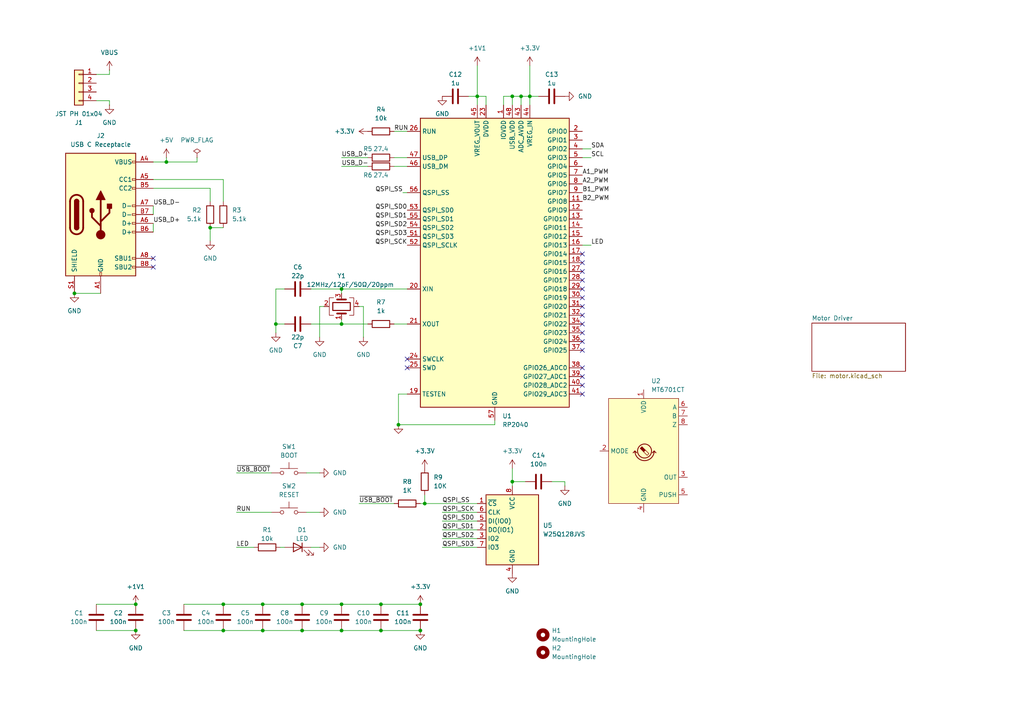
<source format=kicad_sch>
(kicad_sch (version 20231120) (generator "eeschema") (generator_version "8.0")
  (paper "A4")
  (lib_symbols
    (symbol "Connector:USB_C_Receptacle_USB2.0" (pin_names (offset 1.016))
      (property "Reference" "J" (at -10.16 19.05 0))
      (property "Value" "USB_C_Receptacle_USB2.0" (at 19.05 19.05 0))
      (symbol "USB_C_Receptacle_USB2.0_0_0"
        (rectangle (start -0.254 -17.78) (end 0.254 -16.764))
        (rectangle (start 10.16 -14.986) (end 9.144 -15.494))
        (rectangle (start 10.16 -12.446) (end 9.144 -12.954))
        (rectangle (start 10.16 -4.826) (end 9.144 -5.334))
        (rectangle (start 10.16 -2.286) (end 9.144 -2.794))
        (rectangle (start 10.16 0.254) (end 9.144 -0.254))
        (rectangle (start 10.16 2.794) (end 9.144 2.286))
        (rectangle (start 10.16 7.874) (end 9.144 7.366))
        (rectangle (start 10.16 10.414) (end 9.144 9.906))
        (rectangle (start 10.16 15.494) (end 9.144 14.986))
      )
      (symbol "USB_C_Receptacle_USB2.0_0_1"
        (rectangle (start -10.16 17.78) (end 10.16 -17.78) (stroke (width 0.254)) (fill (type background)))
        (arc (start -8.89 -3.81) (mid -6.985 -5.7067) (end -5.08 -3.81) (stroke (width 0.508)))
        (arc (start -7.62 -3.81) (mid -6.985 -4.4423) (end -6.35 -3.81) (stroke (width 0.254)))
        (arc (start -7.62 -3.81) (mid -6.985 -4.4423) (end -6.35 -3.81) (stroke (width 0.254)) (fill (type outline)))
        (rectangle (start -7.62 -3.81) (end -6.35 3.81) (stroke (width 0.254)) (fill (type outline)))
        (arc (start -6.35 3.81) (mid -6.985 4.4423) (end -7.62 3.81) (stroke (width 0.254)))
        (arc (start -6.35 3.81) (mid -6.985 4.4423) (end -7.62 3.81) (stroke (width 0.254)) (fill (type outline)))
        (arc (start -5.08 3.81) (mid -6.985 5.7067) (end -8.89 3.81) (stroke (width 0.508)))
        (circle (center -2.54 1.143) (radius 0.635) (stroke (width 0.254)) (fill (type outline)))
        (circle (center 0 -5.842) (radius 1.27) (fill (type outline)))
        (polyline (pts (xy -8.89 -3.81) (xy -8.89 3.81)) (stroke (width 0.508)))
        (polyline (pts (xy -5.08 3.81) (xy -5.08 -3.81)) (stroke (width 0.508)))
        (polyline (pts (xy 0 -5.842) (xy 0 4.318)) (stroke (width 0.508)))
        (polyline (pts (xy 0 -3.302) (xy -2.54 -0.762) (xy -2.54 0.508)) (stroke (width 0.508)))
        (polyline (pts (xy 0 -2.032) (xy 2.54 0.508) (xy 2.54 1.778)) (stroke (width 0.508)))
        (polyline (pts (xy -1.27 4.318) (xy 0 6.858) (xy 1.27 4.318) (xy -1.27 4.318)) (stroke (width 0.254)) (fill (type outline)))
        (rectangle (start 1.905 1.778) (end 3.175 3.048) (stroke (width 0.254)) (fill (type outline)))
      )
      (symbol "USB_C_Receptacle_USB2.0_1_1"
        (pin passive line (at 0 -22.86 90) (length 5.08) (name "GND") (number "A1"))
        (pin passive line (at 0 -22.86 90) (length 5.08) hide (name "GND") (number "A12"))
        (pin passive line (at 15.24 15.24 180) (length 5.08) (name "VBUS") (number "A4"))
        (pin bidirectional line (at 15.24 10.16 180) (length 5.08) (name "CC1") (number "A5"))
        (pin bidirectional line (at 15.24 -2.54 180) (length 5.08) (name "D+") (number "A6"))
        (pin bidirectional line (at 15.24 2.54 180) (length 5.08) (name "D-") (number "A7"))
        (pin bidirectional line (at 15.24 -12.7 180) (length 5.08) (name "SBU1") (number "A8"))
        (pin passive line (at 15.24 15.24 180) (length 5.08) hide (name "VBUS") (number "A9"))
        (pin passive line (at 0 -22.86 90) (length 5.08) hide (name "GND") (number "B1"))
        (pin passive line (at 0 -22.86 90) (length 5.08) hide (name "GND") (number "B12"))
        (pin passive line (at 15.24 15.24 180) (length 5.08) hide (name "VBUS") (number "B4"))
        (pin bidirectional line (at 15.24 7.62 180) (length 5.08) (name "CC2") (number "B5"))
        (pin bidirectional line (at 15.24 -5.08 180) (length 5.08) (name "D+") (number "B6"))
        (pin bidirectional line (at 15.24 0 180) (length 5.08) (name "D-") (number "B7"))
        (pin bidirectional line (at 15.24 -15.24 180) (length 5.08) (name "SBU2") (number "B8"))
        (pin passive line (at 15.24 15.24 180) (length 5.08) hide (name "VBUS") (number "B9"))
        (pin passive line (at -7.62 -22.86 90) (length 5.08) (name "SHIELD") (number "S1"))
      )
    )
    (symbol "Connector_Generic:Conn_01x04" (pin_names (offset 1.016) hide)
      (property "Reference" "J" (at 0 5.08 0))
      (property "Value" "Conn_01x04" (at 0 -7.62 0))
      (symbol "Conn_01x04_1_1"
        (rectangle (start -1.27 -4.953) (end 0 -5.207) (stroke (width 0.1524)))
        (rectangle (start -1.27 -2.413) (end 0 -2.667) (stroke (width 0.1524)))
        (rectangle (start -1.27 0.127) (end 0 -0.127) (stroke (width 0.1524)))
        (rectangle (start -1.27 2.667) (end 0 2.413) (stroke (width 0.1524)))
        (rectangle (start -1.27 3.81) (end 1.27 -6.35) (stroke (width 0.254)) (fill (type background)))
        (pin passive line (at -5.08 2.54 0) (length 3.81) (name "Pin_1") (number "1"))
        (pin passive line (at -5.08 0 0) (length 3.81) (name "Pin_2") (number "2"))
        (pin passive line (at -5.08 -2.54 0) (length 3.81) (name "Pin_3") (number "3"))
        (pin passive line (at -5.08 -5.08 0) (length 3.81) (name "Pin_4") (number "4"))
      )
    )
    (symbol "Device:C" (pin_numbers hide) (pin_names (offset 0.254))
      (property "Reference" "C" (at 0.635 2.54 0))
      (property "Value" "C" (at 0.635 -2.54 0))
      (symbol "C_0_1"
        (polyline (pts (xy -2.032 -0.762) (xy 2.032 -0.762)) (stroke (width 0.508)))
        (polyline (pts (xy -2.032 0.762) (xy 2.032 0.762)) (stroke (width 0.508)))
      )
      (symbol "C_1_1"
        (pin passive line (at 0 3.81 270) (length 2.794) (name "~") (number "1"))
        (pin passive line (at 0 -3.81 90) (length 2.794) (name "~") (number "2"))
      )
    )
    (symbol "Device:Crystal_GND24" (pin_names (offset 1.016) hide)
      (property "Reference" "Y" (at 3.175 5.08 0))
      (property "Value" "Crystal_GND24" (at 3.175 3.175 0))
      (symbol "Crystal_GND24_0_1"
        (rectangle (start -1.143 2.54) (end 1.143 -2.54) (stroke (width 0.3048)))
        (polyline (pts (xy -2.54 0) (xy -2.032 0)))
        (polyline (pts (xy -2.032 -1.27) (xy -2.032 1.27)) (stroke (width 0.508)))
        (polyline (pts (xy 0 -3.81) (xy 0 -3.556)))
        (polyline (pts (xy 0 3.556) (xy 0 3.81)))
        (polyline (pts (xy 2.032 -1.27) (xy 2.032 1.27)) (stroke (width 0.508)))
        (polyline (pts (xy 2.032 0) (xy 2.54 0)))
        (polyline (pts (xy -2.54 -2.286) (xy -2.54 -3.556) (xy 2.54 -3.556) (xy 2.54 -2.286)))
        (polyline (pts (xy -2.54 2.286) (xy -2.54 3.556) (xy 2.54 3.556) (xy 2.54 2.286)))
      )
      (symbol "Crystal_GND24_1_1"
        (pin passive line (at -3.81 0 0) (length 1.27) (name "1") (number "1"))
        (pin passive line (at 0 5.08 270) (length 1.27) (name "2") (number "2"))
        (pin passive line (at 3.81 0 180) (length 1.27) (name "3") (number "3"))
        (pin passive line (at 0 -5.08 90) (length 1.27) (name "4") (number "4"))
      )
    )
    (symbol "Device:LED" (pin_numbers hide) (pin_names (offset 1.016) hide)
      (property "Reference" "D" (at 0 2.54 0))
      (property "Value" "LED" (at 0 -2.54 0))
      (symbol "LED_0_1"
        (polyline (pts (xy -1.27 -1.27) (xy -1.27 1.27)) (stroke (width 0.254)))
        (polyline (pts (xy -1.27 0) (xy 1.27 0)))
        (polyline (pts (xy 1.27 -1.27) (xy 1.27 1.27) (xy -1.27 0) (xy 1.27 -1.27)) (stroke (width 0.254)))
        (polyline (pts (xy -3.048 -0.762) (xy -4.572 -2.286) (xy -3.81 -2.286) (xy -4.572 -2.286) (xy -4.572 -1.524)))
        (polyline (pts (xy -1.778 -0.762) (xy -3.302 -2.286) (xy -2.54 -2.286) (xy -3.302 -2.286) (xy -3.302 -1.524)))
      )
      (symbol "LED_1_1"
        (pin passive line (at -3.81 0 0) (length 2.54) (name "K") (number "1"))
        (pin passive line (at 3.81 0 180) (length 2.54) (name "A") (number "2"))
      )
    )
    (symbol "Device:R" (pin_numbers hide) (pin_names (offset 0))
      (property "Reference" "R" (at 2.032 0 90))
      (property "Value" "R" (at 0 0 90))
      (symbol "R_0_1"
        (rectangle (start -1.016 -2.54) (end 1.016 2.54) (stroke (width 0.254)))
      )
      (symbol "R_1_1"
        (pin passive line (at 0 3.81 270) (length 1.27) (name "~") (number "1"))
        (pin passive line (at 0 -3.81 90) (length 1.27) (name "~") (number "2"))
      )
    )
    (symbol "MCU_RaspberryPi:RP2040"
      (property "Reference" "U" (at 17.78 45.72 0))
      (property "Value" "RP2040" (at 17.78 43.18 0))
      (symbol "RP2040_0_1"
        (rectangle (start -21.59 41.91) (end 21.59 -41.91) (stroke (width 0.254)) (fill (type background)))
      )
      (symbol "RP2040_1_1"
        (pin power_in line (at 2.54 45.72 270) (length 3.81) (name "IOVDD") (number "1"))
        (pin passive line (at 2.54 45.72 270) (length 3.81) hide (name "IOVDD") (number "10"))
        (pin bidirectional line (at 25.4 17.78 180) (length 3.81) (name "GPIO8") (number "11"))
        (pin bidirectional line (at 25.4 15.24 180) (length 3.81) (name "GPIO9") (number "12"))
        (pin bidirectional line (at 25.4 12.7 180) (length 3.81) (name "GPIO10") (number "13"))
        (pin bidirectional line (at 25.4 10.16 180) (length 3.81) (name "GPIO11") (number "14"))
        (pin bidirectional line (at 25.4 7.62 180) (length 3.81) (name "GPIO12") (number "15"))
        (pin bidirectional line (at 25.4 5.08 180) (length 3.81) (name "GPIO13") (number "16"))
        (pin bidirectional line (at 25.4 2.54 180) (length 3.81) (name "GPIO14") (number "17"))
        (pin bidirectional line (at 25.4 0 180) (length 3.81) (name "GPIO15") (number "18"))
        (pin input line (at -25.4 -38.1 0) (length 3.81) (name "TESTEN") (number "19"))
        (pin bidirectional line (at 25.4 38.1 180) (length 3.81) (name "GPIO0") (number "2"))
        (pin input line (at -25.4 -7.62 0) (length 3.81) (name "XIN") (number "20"))
        (pin passive line (at -25.4 -17.78 0) (length 3.81) (name "XOUT") (number "21"))
        (pin passive line (at 2.54 45.72 270) (length 3.81) hide (name "IOVDD") (number "22"))
        (pin power_in line (at -2.54 45.72 270) (length 3.81) (name "DVDD") (number "23"))
        (pin input line (at -25.4 -27.94 0) (length 3.81) (name "SWCLK") (number "24"))
        (pin bidirectional line (at -25.4 -30.48 0) (length 3.81) (name "SWD") (number "25"))
        (pin input line (at -25.4 38.1 0) (length 3.81) (name "RUN") (number "26"))
        (pin bidirectional line (at 25.4 -2.54 180) (length 3.81) (name "GPIO16") (number "27"))
        (pin bidirectional line (at 25.4 -5.08 180) (length 3.81) (name "GPIO17") (number "28"))
        (pin bidirectional line (at 25.4 -7.62 180) (length 3.81) (name "GPIO18") (number "29"))
        (pin bidirectional line (at 25.4 35.56 180) (length 3.81) (name "GPIO1") (number "3"))
        (pin bidirectional line (at 25.4 -10.16 180) (length 3.81) (name "GPIO19") (number "30"))
        (pin bidirectional line (at 25.4 -12.7 180) (length 3.81) (name "GPIO20") (number "31"))
        (pin bidirectional line (at 25.4 -15.24 180) (length 3.81) (name "GPIO21") (number "32"))
        (pin passive line (at 2.54 45.72 270) (length 3.81) hide (name "IOVDD") (number "33"))
        (pin bidirectional line (at 25.4 -17.78 180) (length 3.81) (name "GPIO22") (number "34"))
        (pin bidirectional line (at 25.4 -20.32 180) (length 3.81) (name "GPIO23") (number "35"))
        (pin bidirectional line (at 25.4 -22.86 180) (length 3.81) (name "GPIO24") (number "36"))
        (pin bidirectional line (at 25.4 -25.4 180) (length 3.81) (name "GPIO25") (number "37"))
        (pin bidirectional line (at 25.4 -30.48 180) (length 3.81) (name "GPIO26_ADC0") (number "38"))
        (pin bidirectional line (at 25.4 -33.02 180) (length 3.81) (name "GPIO27_ADC1") (number "39"))
        (pin bidirectional line (at 25.4 33.02 180) (length 3.81) (name "GPIO2") (number "4"))
        (pin bidirectional line (at 25.4 -35.56 180) (length 3.81) (name "GPIO28_ADC2") (number "40"))
        (pin bidirectional line (at 25.4 -38.1 180) (length 3.81) (name "GPIO29_ADC3") (number "41"))
        (pin passive line (at 2.54 45.72 270) (length 3.81) hide (name "IOVDD") (number "42"))
        (pin power_in line (at 7.62 45.72 270) (length 3.81) (name "ADC_AVDD") (number "43"))
        (pin power_in line (at 10.16 45.72 270) (length 3.81) (name "VREG_IN") (number "44"))
        (pin power_out line (at -5.08 45.72 270) (length 3.81) (name "VREG_VOUT") (number "45"))
        (pin bidirectional line (at -25.4 27.94 0) (length 3.81) (name "USB_DM") (number "46"))
        (pin bidirectional line (at -25.4 30.48 0) (length 3.81) (name "USB_DP") (number "47"))
        (pin power_in line (at 5.08 45.72 270) (length 3.81) (name "USB_VDD") (number "48"))
        (pin passive line (at 2.54 45.72 270) (length 3.81) hide (name "IOVDD") (number "49"))
        (pin bidirectional line (at 25.4 30.48 180) (length 3.81) (name "GPIO3") (number "5"))
        (pin passive line (at -2.54 45.72 270) (length 3.81) hide (name "DVDD") (number "50"))
        (pin bidirectional line (at -25.4 7.62 0) (length 3.81) (name "QSPI_SD3") (number "51"))
        (pin output line (at -25.4 5.08 0) (length 3.81) (name "QSPI_SCLK") (number "52"))
        (pin bidirectional line (at -25.4 15.24 0) (length 3.81) (name "QSPI_SD0") (number "53"))
        (pin bidirectional line (at -25.4 10.16 0) (length 3.81) (name "QSPI_SD2") (number "54"))
        (pin bidirectional line (at -25.4 12.7 0) (length 3.81) (name "QSPI_SD1") (number "55"))
        (pin bidirectional line (at -25.4 20.32 0) (length 3.81) (name "QSPI_SS") (number "56"))
        (pin power_in line (at 0 -45.72 90) (length 3.81) (name "GND") (number "57"))
        (pin bidirectional line (at 25.4 27.94 180) (length 3.81) (name "GPIO4") (number "6"))
        (pin bidirectional line (at 25.4 25.4 180) (length 3.81) (name "GPIO5") (number "7"))
        (pin bidirectional line (at 25.4 22.86 180) (length 3.81) (name "GPIO6") (number "8"))
        (pin bidirectional line (at 25.4 20.32 180) (length 3.81) (name "GPIO7") (number "9"))
      )
    )
    (symbol "Mechanical:MountingHole" (pin_names (offset 1.016)) (exclude_from_sim yes) (in_bom no)
      (property "Reference" "H" (at 0 5.08 0))
      (property "Value" "MountingHole" (at 0 3.175 0))
      (symbol "MountingHole_0_1"
        (circle (center 0 0) (radius 1.27) (stroke (width 1.27)))
      )
    )
    (symbol "Memory_Flash:W25Q128JVS"
      (property "Reference" "U" (at -6.35 11.43 0))
      (property "Value" "W25Q128JVS" (at 7.62 11.43 0))
      (symbol "W25Q128JVS_0_1"
        (rectangle (start -7.62 10.16) (end 7.62 -10.16) (stroke (width 0.254)) (fill (type background)))
      )
      (symbol "W25Q128JVS_1_1"
        (pin input line (at -10.16 7.62 0) (length 2.54) (name "~{CS}") (number "1"))
        (pin bidirectional line (at -10.16 0 0) (length 2.54) (name "DO(IO1)") (number "2"))
        (pin bidirectional line (at -10.16 -2.54 0) (length 2.54) (name "IO2") (number "3"))
        (pin power_in line (at 0 -12.7 90) (length 2.54) (name "GND") (number "4"))
        (pin bidirectional line (at -10.16 2.54 0) (length 2.54) (name "DI(IO0)") (number "5"))
        (pin input line (at -10.16 5.08 0) (length 2.54) (name "CLK") (number "6"))
        (pin bidirectional line (at -10.16 -5.08 0) (length 2.54) (name "IO3") (number "7"))
        (pin power_in line (at 0 12.7 270) (length 2.54) (name "VCC") (number "8"))
      )
    )
    (symbol "Sensor_Magnetic:MT6701CT"
      (property "Reference" "U" (at -9.6632 16.4397 0))
      (property "Value" "MT6701CT" (at 5.5155 16.4397 0))
      (symbol "MT6701CT_0_1"
        (arc (start -2.54 0) (mid 0.254 -2.7819) (end 3.048 0) (stroke (width 0.254)))
        (polyline (pts (xy -2.54 0) (xy -3.048 -0.508)) (stroke (width 0.254)))
        (polyline (pts (xy -2.54 0) (xy -2.032 -0.508)) (stroke (width 0.254)))
        (polyline (pts (xy 3.048 0) (xy 2.54 -0.508)) (stroke (width 0.254)))
        (polyline (pts (xy 3.048 0) (xy 3.556 -0.508)) (stroke (width 0.254)))
      )
      (symbol "MT6701CT_1_1"
        (rectangle (start -10.16 15.24) (end 10.16 -15.24) (fill (type background)))
        (polyline (pts (xy 0.508 0.254) (xy 1.524 -0.762) (xy 1.016 -1.27) (xy 0 -0.254)))
        (polyline (pts (xy -0.508 1.27) (xy 0.508 0.254) (xy 0 -0.254) (xy -1.016 0.762) (xy -0.762 1.016) (xy -0.508 1.27) (xy -0.381 1.143)) (fill (type outline)))
        (circle (center 0.254 0) (radius 2.032) (stroke (width 0.254)))
        (pin power_in line (at 0 17.78 270) (length 2.54) (name "VDD") (number "1"))
        (pin input line (at -12.7 0 0) (length 2.54) (name "MODE") (number "2"))
        (pin output line (at 12.7 -7.62 180) (length 2.54) (name "OUT") (number "3"))
        (pin power_in line (at 0 -17.78 90) (length 2.54) (name "GND") (number "4"))
        (pin output line (at 12.7 -12.7 180) (length 2.54) (name "PUSH") (number "5"))
        (pin output line (at 12.7 12.7 180) (length 2.54) (name "A") (number "6"))
        (pin output line (at 12.7 10.16 180) (length 2.54) (name "B") (number "7"))
        (pin output line (at 12.7 7.62 180) (length 2.54) (name "Z") (number "8"))
      )
    )
    (symbol "Switch:SW_Push" (pin_numbers hide) (pin_names (offset 1.016) hide)
      (property "Reference" "SW" (at 1.27 2.54 0))
      (property "Value" "SW_Push" (at 0 -1.524 0))
      (symbol "SW_Push_0_1"
        (circle (center -2.032 0) (radius 0.508))
        (polyline (pts (xy 0 1.27) (xy 0 3.048)))
        (polyline (pts (xy 2.54 1.27) (xy -2.54 1.27)))
        (circle (center 2.032 0) (radius 0.508))
        (pin passive line (at -5.08 0 0) (length 2.54) (name "1") (number "1"))
        (pin passive line (at 5.08 0 180) (length 2.54) (name "2") (number "2"))
      )
    )
    (symbol "power:+1V1" (power) (pin_numbers hide) (pin_names (offset 0) hide)
      (property "Value" "+1V1" (at 0 3.556 0))
      (symbol "+1V1_0_1"
        (polyline (pts (xy -0.762 1.27) (xy 0 2.54)))
        (polyline (pts (xy 0 0) (xy 0 2.54)))
        (polyline (pts (xy 0 2.54) (xy 0.762 1.27)))
      )
      (symbol "+1V1_1_1"
        (pin power_in line (at 0 0 90) (length 0) (name "~") (number "1"))
      )
    )
    (symbol "power:+3.3V" (power) (pin_numbers hide) (pin_names (offset 0) hide)
      (property "Value" "+3.3V" (at 0 3.556 0))
      (symbol "+3.3V_0_1"
        (polyline (pts (xy -0.762 1.27) (xy 0 2.54)))
        (polyline (pts (xy 0 0) (xy 0 2.54)))
        (polyline (pts (xy 0 2.54) (xy 0.762 1.27)))
      )
      (symbol "+3.3V_1_1"
        (pin power_in line (at 0 0 90) (length 0) (name "~") (number "1"))
      )
    )
    (symbol "power:+5V" (power) (pin_numbers hide) (pin_names (offset 0) hide)
      (property "Value" "+5V" (at 0 3.556 0))
      (symbol "+5V_0_1"
        (polyline (pts (xy -0.762 1.27) (xy 0 2.54)))
        (polyline (pts (xy 0 0) (xy 0 2.54)))
        (polyline (pts (xy 0 2.54) (xy 0.762 1.27)))
      )
      (symbol "+5V_1_1"
        (pin power_in line (at 0 0 90) (length 0) (name "~") (number "1"))
      )
    )
    (symbol "power:GND" (power) (pin_numbers hide) (pin_names (offset 0) hide)
      (property "Value" "GND" (at 0 -3.81 0))
      (symbol "GND_0_1"
        (polyline (pts (xy 0 0) (xy 0 -1.27) (xy 1.27 -1.27) (xy 0 -2.54) (xy -1.27 -1.27) (xy 0 -1.27)))
      )
      (symbol "GND_1_1"
        (pin power_in line (at 0 0 270) (length 0) (name "~") (number "1"))
      )
    )
    (symbol "power:PWR_FLAG" (power) (pin_numbers hide) (pin_names (offset 0) hide)
      (property "Value" "PWR_FLAG" (at 0 3.81 0))
      (symbol "PWR_FLAG_0_0"
        (pin power_out line (at 0 0 90) (length 0) (name "~") (number "1"))
      )
      (symbol "PWR_FLAG_0_1"
        (polyline (pts (xy 0 0) (xy 0 1.27) (xy -1.016 1.905) (xy 0 2.54) (xy 1.016 1.905) (xy 0 1.27)))
      )
    )
    (symbol "power:VBUS" (power) (pin_numbers hide) (pin_names (offset 0) hide)
      (property "Value" "VBUS" (at 0 3.556 0))
      (symbol "VBUS_0_1"
        (polyline (pts (xy -0.762 1.27) (xy 0 2.54)))
        (polyline (pts (xy 0 0) (xy 0 2.54)))
        (polyline (pts (xy 0 2.54) (xy 0.762 1.27)))
      )
      (symbol "VBUS_1_1"
        (pin power_in line (at 0 0 90) (length 0) (name "~") (number "1"))
      )
    )
  )
  (junction (at 21.59 85.09))
  (junction (at 138.43 27.94))
  (junction (at 121.92 175.26))
  (junction (at 39.37 175.26))
  (junction (at 153.67 27.94))
  (junction (at 76.2 182.88))
  (junction (at 87.63 175.26))
  (junction (at 76.2 175.26))
  (junction (at 121.92 182.88))
  (junction (at 64.77 182.88))
  (junction (at 148.59 139.7))
  (junction (at 60.96 66.04))
  (junction (at 48.26 46.99))
  (junction (at 123.19 146.05))
  (junction (at 110.49 182.88))
  (junction (at 99.06 175.26))
  (junction (at 115.57 123.19))
  (junction (at 148.59 27.94))
  (junction (at 99.06 182.88))
  (junction (at 80.01 93.98))
  (junction (at 87.63 182.88))
  (junction (at 99.06 93.98))
  (junction (at 99.06 83.82))
  (junction (at 64.77 175.26))
  (junction (at 151.13 27.94))
  (junction (at 110.49 175.26))
  (junction (at 39.37 182.88))
  (no_connect (at 168.91 86.36))
  (no_connect (at 168.91 93.98))
  (no_connect (at 168.91 96.52))
  (no_connect (at 168.91 99.06))
  (no_connect (at 44.45 77.47))
  (no_connect (at 168.91 81.28))
  (no_connect (at 168.91 91.44))
  (no_connect (at 168.91 101.6))
  (no_connect (at 118.11 106.68))
  (no_connect (at 168.91 78.74))
  (no_connect (at 168.91 88.9))
  (no_connect (at 168.91 111.76))
  (no_connect (at 168.91 83.82))
  (no_connect (at 168.91 106.68))
  (no_connect (at 168.91 109.22))
  (no_connect (at 168.91 76.2))
  (no_connect (at 118.11 104.14))
  (no_connect (at 168.91 73.66))
  (no_connect (at 168.91 114.3))
  (no_connect (at 44.45 74.93))
  (wire (pts (xy 39.37 182.88) (xy 27.94 182.88)))
  (wire (pts (xy 168.91 71.12) (xy 171.45 71.12)))
  (wire (pts (xy 44.45 52.07) (xy 64.77 52.07)))
  (wire (pts (xy 138.43 19.05) (xy 138.43 27.94)))
  (wire (pts (xy 92.71 97.79) (xy 92.71 88.9)))
  (wire (pts (xy 60.96 66.04) (xy 60.96 69.85)))
  (wire (pts (xy 171.45 43.18) (xy 168.91 43.18)))
  (wire (pts (xy 153.67 27.94) (xy 153.67 30.48)))
  (wire (pts (xy 105.41 88.9) (xy 104.14 88.9)))
  (wire (pts (xy 151.13 27.94) (xy 153.67 27.94)))
  (wire (pts (xy 140.97 30.48) (xy 140.97 27.94)))
  (wire (pts (xy 31.75 29.21) (xy 31.75 30.48)))
  (wire (pts (xy 64.77 175.26) (xy 53.34 175.26)))
  (wire (pts (xy 57.15 46.99) (xy 57.15 45.72)))
  (wire (pts (xy 140.97 27.94) (xy 138.43 27.94)))
  (wire (pts (xy 92.71 158.75) (xy 90.17 158.75)))
  (wire (pts (xy 148.59 27.94) (xy 151.13 27.94)))
  (wire (pts (xy 116.84 55.88) (xy 118.11 55.88)))
  (wire (pts (xy 160.02 139.7) (xy 163.83 139.7)))
  (wire (pts (xy 114.3 48.26) (xy 118.11 48.26)))
  (wire (pts (xy 105.41 97.79) (xy 105.41 88.9)))
  (wire (pts (xy 121.92 182.88) (xy 110.49 182.88)))
  (wire (pts (xy 39.37 175.26) (xy 27.94 175.26)))
  (wire (pts (xy 92.71 88.9) (xy 93.98 88.9)))
  (wire (pts (xy 99.06 182.88) (xy 110.49 182.88)))
  (wire (pts (xy 123.19 146.05) (xy 138.43 146.05)))
  (wire (pts (xy 99.06 85.09) (xy 99.06 83.82)))
  (wire (pts (xy 68.58 148.59) (xy 78.74 148.59)))
  (wire (pts (xy 153.67 19.05) (xy 153.67 27.94)))
  (wire (pts (xy 80.01 93.98) (xy 80.01 96.52)))
  (wire (pts (xy 99.06 93.98) (xy 90.17 93.98)))
  (wire (pts (xy 128.27 153.67) (xy 138.43 153.67)))
  (wire (pts (xy 44.45 46.99) (xy 48.26 46.99)))
  (wire (pts (xy 99.06 93.98) (xy 106.68 93.98)))
  (wire (pts (xy 44.45 54.61) (xy 60.96 54.61)))
  (wire (pts (xy 53.34 182.88) (xy 64.77 182.88)))
  (wire (pts (xy 114.3 93.98) (xy 118.11 93.98)))
  (wire (pts (xy 60.96 54.61) (xy 60.96 58.42)))
  (wire (pts (xy 27.94 29.21) (xy 31.75 29.21)))
  (wire (pts (xy 114.3 45.72) (xy 118.11 45.72)))
  (wire (pts (xy 148.59 135.89) (xy 148.59 139.7)))
  (wire (pts (xy 148.59 27.94) (xy 148.59 30.48)))
  (wire (pts (xy 128.27 158.75) (xy 138.43 158.75)))
  (wire (pts (xy 138.43 27.94) (xy 138.43 30.48)))
  (wire (pts (xy 110.49 175.26) (xy 99.06 175.26)))
  (wire (pts (xy 68.58 158.75) (xy 73.66 158.75)))
  (wire (pts (xy 80.01 83.82) (xy 80.01 93.98)))
  (wire (pts (xy 148.59 139.7) (xy 148.59 140.97)))
  (wire (pts (xy 135.89 27.94) (xy 138.43 27.94)))
  (wire (pts (xy 68.58 137.16) (xy 78.74 137.16)))
  (wire (pts (xy 115.57 123.19) (xy 143.51 123.19)))
  (wire (pts (xy 118.11 114.3) (xy 115.57 114.3)))
  (wire (pts (xy 148.59 139.7) (xy 152.4 139.7)))
  (wire (pts (xy 99.06 175.26) (xy 87.63 175.26)))
  (wire (pts (xy 121.92 146.05) (xy 123.19 146.05)))
  (wire (pts (xy 80.01 93.98) (xy 82.55 93.98)))
  (wire (pts (xy 163.83 139.7) (xy 163.83 140.97)))
  (wire (pts (xy 128.27 151.13) (xy 138.43 151.13)))
  (wire (pts (xy 104.14 146.05) (xy 114.3 146.05)))
  (wire (pts (xy 76.2 182.88) (xy 87.63 182.88)))
  (wire (pts (xy 115.57 114.3) (xy 115.57 123.19)))
  (wire (pts (xy 60.96 66.04) (xy 64.77 66.04)))
  (wire (pts (xy 128.27 156.21) (xy 138.43 156.21)))
  (wire (pts (xy 92.71 148.59) (xy 88.9 148.59)))
  (wire (pts (xy 99.06 45.72) (xy 106.68 45.72)))
  (wire (pts (xy 82.55 158.75) (xy 81.28 158.75)))
  (wire (pts (xy 171.45 45.72) (xy 168.91 45.72)))
  (wire (pts (xy 48.26 45.72) (xy 48.26 46.99)))
  (wire (pts (xy 143.51 123.19) (xy 143.51 121.92)))
  (wire (pts (xy 99.06 48.26) (xy 106.68 48.26)))
  (wire (pts (xy 48.26 46.99) (xy 57.15 46.99)))
  (wire (pts (xy 76.2 175.26) (xy 64.77 175.26)))
  (wire (pts (xy 121.92 175.26) (xy 110.49 175.26)))
  (wire (pts (xy 92.71 137.16) (xy 88.9 137.16)))
  (wire (pts (xy 44.45 64.77) (xy 44.45 67.31)))
  (wire (pts (xy 90.17 83.82) (xy 99.06 83.82)))
  (wire (pts (xy 87.63 175.26) (xy 76.2 175.26)))
  (wire (pts (xy 99.06 83.82) (xy 118.11 83.82)))
  (wire (pts (xy 64.77 52.07) (xy 64.77 58.42)))
  (wire (pts (xy 27.94 21.59) (xy 31.75 21.59)))
  (wire (pts (xy 146.05 27.94) (xy 146.05 30.48)))
  (wire (pts (xy 87.63 182.88) (xy 99.06 182.88)))
  (wire (pts (xy 153.67 27.94) (xy 156.21 27.94)))
  (wire (pts (xy 31.75 21.59) (xy 31.75 20.32)))
  (wire (pts (xy 99.06 92.71) (xy 99.06 93.98)))
  (wire (pts (xy 128.27 148.59) (xy 138.43 148.59)))
  (wire (pts (xy 64.77 182.88) (xy 76.2 182.88)))
  (wire (pts (xy 146.05 27.94) (xy 148.59 27.94)))
  (wire (pts (xy 123.19 143.51) (xy 123.19 146.05)))
  (wire (pts (xy 21.59 85.09) (xy 29.21 85.09)))
  (wire (pts (xy 82.55 83.82) (xy 80.01 83.82)))
  (wire (pts (xy 114.3 38.1) (xy 118.11 38.1)))
  (wire (pts (xy 151.13 27.94) (xy 151.13 30.48)))
  (wire (pts (xy 44.45 59.69) (xy 44.45 62.23)))
  (label "RUN" (at 68.58 148.59 0))
  (label "A2_PWM" (at 168.91 53.34 0))
  (label "QSPI_SCK" (at 118.11 71.12 180))
  (label "SCL" (at 171.45 45.72 0))
  (label "QSPI_SD1" (at 118.11 63.5 180))
  (label "QSPI_SD2" (at 118.11 66.04 180))
  (label "QSPI_SD2" (at 128.27 156.21 0))
  (label "A1_PWM" (at 168.91 50.8 0))
  (label "QSPI_SCK" (at 128.27 148.59 0))
  (label "QSPI_SS" (at 116.84 55.88 180))
  (label "QSPI_SD3" (at 118.11 68.58 180))
  (label "~{USB_BOOT}" (at 68.58 137.16 0))
  (label "QSPI_SD3" (at 128.27 158.75 0))
  (label "B2_PWM" (at 168.91 58.42 0))
  (label "USB_D-" (at 44.45 59.69 0))
  (label "QSPI_SS" (at 128.27 146.05 0))
  (label "QSPI_SD0" (at 128.27 151.13 0))
  (label "RUN" (at 114.3 38.1 0))
  (label "SDA" (at 171.45 43.18 0))
  (label "LED" (at 68.58 158.75 0))
  (label "~{USB_BOOT}" (at 104.14 146.05 0))
  (label "USB_D+" (at 44.45 64.77 0))
  (label "QSPI_SD0" (at 118.11 60.96 180))
  (label "USB_D+" (at 99.06 45.72 0))
  (label "B1_PWM" (at 168.91 55.88 0))
  (label "QSPI_SD1" (at 128.27 153.67 0))
  (label "LED" (at 171.45 71.12 0))
  (label "USB_D-" (at 99.06 48.26 0))
  (symbol (lib_id "Memory_Flash:W25Q128JVS") (at 148.59 153.67 0) (unit 1)
    (property "Reference" "U5" (at 157.48 152.4 0) (effects (justify left)))
    (property "Value" "W25Q128JVS" (at 157.48 154.94 0) (effects (justify left)))
    (property "Footprint" "Package_SO:SOIC-8_5.23x5.23mm_P1.27mm" (effects (hide yes)))
    (property "Datasheet" "https://www.winbond.com/resource-files/w25q128jv_dtr%20revc%2003272018%20plus.pdf" (effects (hide yes)))
    (property "Description" "128Mb Serial Flash Memory, Standard/Dual/Quad SPI, SOIC-8" (effects (hide yes)))
    (property "LCSC" "C97521" (effects (hide yes)))
  )
  (symbol (lib_id "power:GND") (at 121.92 182.88 0) (unit 1)
    (property "Reference" "#PWR017" (effects (hide yes)))
    (property "Value" "GND" (at 121.92 187.96 0))
    (property "Description" "Power symbol creates a global label with name \"GND\" , ground" (effects (hide yes)))
  )
  (symbol (lib_id "power:+3.3V") (at 123.19 135.89 0) (unit 1)
    (property "Reference" "#PWR022" (effects (hide yes)))
    (property "Value" "+3.3V" (at 123.19 130.81 0))
    (property "Description" "Power symbol creates a global label with name \"+3.3V\"" (effects (hide yes)))
  )
  (symbol (lib_id "power:+3.3V") (at 106.68 38.1 90) (unit 1)
    (property "Reference" "#PWR014" (effects (hide yes)))
    (property "Value" "+3.3V" (at 102.87 38.1 90) (effects (justify left)))
    (property "Description" "Power symbol creates a global label with name \"+3.3V\"" (effects (hide yes)))
  )
  (symbol (lib_id "Device:Crystal_GND24") (at 99.06 88.9 90) (unit 1)
    (property "Reference" "Y1" (at 99.06 80.01 90))
    (property "Value" "12MHz/12pF/50Ω/20ppm" (at 101.6 82.55 90))
    (property "Footprint" "Crystal:Crystal_SMD_3225-4Pin_3.2x2.5mm" (effects (hide yes)))
    (property "Description" "Four pin crystal, GND on pins 2 and 4" (effects (hide yes)))
    (property "LCSC" "C2450215" (effects (hide yes)))
  )
  (symbol (lib_id "Device:C") (at 132.08 27.94 90) (unit 1)
    (property "Reference" "C12" (at 132.08 21.59 90))
    (property "Value" "1u" (at 132.08 24.13 90))
    (property "Footprint" "Capacitor_SMD:C_0402_1005Metric" (effects (hide yes)))
    (property "Description" "Unpolarized capacitor" (effects (hide yes)))
  )
  (symbol (lib_id "Device:R") (at 77.47 158.75 270) (mirror x) (unit 1)
    (property "Reference" "R1" (at 77.47 153.67 90))
    (property "Value" "10k" (at 77.47 156.21 90))
    (property "Footprint" "Resistor_SMD:R_0402_1005Metric" (effects (hide yes)))
    (property "Description" "Resistor" (effects (hide yes)))
    (property "LCSC" "C153109" (effects (hide yes)))
  )
  (symbol (lib_id "Device:C") (at 76.2 179.07 180) (unit 1)
    (property "Reference" "C5" (at 71.12 177.8 0))
    (property "Value" "100n" (at 71.12 180.34 0))
    (property "Footprint" "Capacitor_SMD:C_0402_1005Metric" (effects (hide yes)))
    (property "Description" "Unpolarized capacitor" (effects (hide yes)))
  )
  (symbol (lib_id "power:VBUS") (at 31.75 20.32 0) (unit 1)
    (property "Reference" "#PWR02" (effects (hide yes)))
    (property "Value" "VBUS" (at 31.75 15.24 0))
    (property "Description" "Power symbol creates a global label with name \"VBUS\"" (effects (hide yes)))
  )
  (symbol (lib_id "power:GND") (at 163.83 140.97 0) (unit 1)
    (property "Reference" "#PWR029" (effects (hide yes)))
    (property "Value" "GND" (at 163.83 146.05 0))
    (property "Description" "Power symbol creates a global label with name \"GND\" , ground" (effects (hide yes)))
  )
  (symbol (lib_id "Device:C") (at 160.02 27.94 90) (unit 1)
    (property "Reference" "C13" (at 160.02 21.59 90))
    (property "Value" "1u" (at 160.02 24.13 90))
    (property "Footprint" "Capacitor_SMD:C_0402_1005Metric" (effects (hide yes)))
    (property "Description" "Unpolarized capacitor" (effects (hide yes)))
  )
  (symbol (lib_id "power:GND") (at 92.71 137.16 90) (mirror x) (unit 1)
    (property "Reference" "#PWR07" (effects (hide yes)))
    (property "Value" "GND" (at 96.52 137.16 90) (effects (justify right)))
    (property "Description" "Power symbol creates a global label with name \"GND\" , ground" (effects (hide yes)))
  )
  (symbol (lib_id "Device:R") (at 118.11 146.05 90) (unit 1)
    (property "Reference" "R8" (at 118.11 139.7 90))
    (property "Value" "1K" (at 118.11 142.24 90))
    (property "Footprint" "Resistor_SMD:R_0402_1005Metric" (effects (hide yes)))
    (property "Description" "Resistor" (effects (hide yes)))
    (property "LCSC" "C98841" (effects (hide yes)))
  )
  (symbol (lib_id "power:GND") (at 92.71 148.59 90) (mirror x) (unit 1)
    (property "Reference" "#PWR08" (effects (hide yes)))
    (property "Value" "GND" (at 96.52 148.59 90) (effects (justify right)))
    (property "Description" "Power symbol creates a global label with name \"GND\" , ground" (effects (hide yes)))
  )
  (symbol (lib_id "power:+3.3V") (at 121.92 175.26 0) (unit 1)
    (property "Reference" "#PWR016" (effects (hide yes)))
    (property "Value" "+3.3V" (at 121.92 170.18 0))
    (property "Description" "Power symbol creates a global label with name \"+3.3V\"" (effects (hide yes)))
  )
  (symbol (lib_id "Device:C") (at 64.77 179.07 180) (unit 1)
    (property "Reference" "C4" (at 59.69 177.8 0))
    (property "Value" "100n" (at 59.69 180.34 0))
    (property "Footprint" "Capacitor_SMD:C_0402_1005Metric" (effects (hide yes)))
    (property "Description" "Unpolarized capacitor" (effects (hide yes)))
  )
  (symbol (lib_id "Device:C") (at 99.06 179.07 180) (unit 1)
    (property "Reference" "C9" (at 93.98 177.8 0))
    (property "Value" "100n" (at 93.98 180.34 0))
    (property "Footprint" "Capacitor_SMD:C_0402_1005Metric" (effects (hide yes)))
    (property "Description" "Unpolarized capacitor" (effects (hide yes)))
  )
  (symbol (lib_id "Connector:USB_C_Receptacle_USB2.0") (at 29.21 62.23 0) (unit 1)
    (property "Reference" "J2" (at 29.21 39.37 0))
    (property "Value" "USB C Receptacle" (at 29.21 41.91 0))
    (property "Footprint" "Connector_USB:USB_C_Receptacle_G-Switch_GT-USB-7010ASV" (effects (hide yes)))
    (property "Datasheet" "https://www.usb.org/sites/default/files/documents/usb_type-c.zip" (effects (hide yes)))
    (property "LCSC" "C2988369" (effects (hide yes)))
  )
  (symbol (lib_id "power:GND") (at 128.27 27.94 0) (unit 1)
    (property "Reference" "#PWR018" (effects (hide yes)))
    (property "Value" "GND" (at 128.27 33.02 0))
    (property "Description" "Power symbol creates a global label with name \"GND\" , ground" (effects (hide yes)))
  )
  (symbol (lib_id "Device:R") (at 110.49 93.98 90) (unit 1)
    (property "Reference" "R7" (at 110.49 87.63 90))
    (property "Value" "1k" (at 110.49 90.17 90))
    (property "Footprint" "Resistor_SMD:R_0402_1005Metric" (effects (hide yes)))
    (property "Description" "Resistor" (effects (hide yes)))
    (property "LCSC" "C98841" (effects (hide yes)))
  )
  (symbol (lib_id "Device:C") (at 156.21 139.7 90) (unit 1)
    (property "Reference" "C14" (at 156.21 132.08 90))
    (property "Value" "100n" (at 156.21 134.62 90))
    (property "Footprint" "Capacitor_SMD:C_0402_1005Metric" (effects (hide yes)))
    (property "Description" "Unpolarized capacitor" (effects (hide yes)))
    (property "LCSC" "C915972" (effects (hide yes)))
  )
  (symbol (lib_id "Device:C") (at 39.37 179.07 180) (unit 1)
    (property "Reference" "C2" (at 34.29 177.8 0))
    (property "Value" "100n" (at 34.29 180.34 0))
    (property "Footprint" "Capacitor_SMD:C_0402_1005Metric" (effects (hide yes)))
    (property "Description" "Unpolarized capacitor" (effects (hide yes)))
  )
  (symbol (lib_id "Device:R") (at 64.77 62.23 0) (unit 1)
    (property "Reference" "R3" (at 67.31 60.96 0) (effects (justify left)))
    (property "Value" "5.1k" (at 67.31 63.5 0) (effects (justify left)))
    (property "Footprint" "Resistor_SMD:R_0402_1005Metric" (effects (hide yes)))
    (property "Description" "Resistor" (effects (hide yes)))
    (property "LCSC" "C2906948" (effects (hide yes)))
  )
  (symbol (lib_id "Device:C") (at 53.34 179.07 180) (unit 1)
    (property "Reference" "C3" (at 48.26 177.8 0))
    (property "Value" "100n" (at 48.26 180.34 0))
    (property "Footprint" "Capacitor_SMD:C_0402_1005Metric" (effects (hide yes)))
    (property "Description" "Unpolarized capacitor" (effects (hide yes)))
  )
  (symbol (lib_id "power:GND") (at 80.01 96.52 0) (unit 1)
    (property "Reference" "#PWR011" (effects (hide yes)))
    (property "Value" "GND" (at 80.01 101.6 0))
    (property "Description" "Power symbol creates a global label with name \"GND\" , ground" (effects (hide yes)))
  )
  (symbol (lib_id "Device:C") (at 110.49 179.07 180) (unit 1)
    (property "Reference" "C10" (at 105.41 177.8 0))
    (property "Value" "100n" (at 105.41 180.34 0))
    (property "Footprint" "Capacitor_SMD:C_0402_1005Metric" (effects (hide yes)))
    (property "Description" "Unpolarized capacitor" (effects (hide yes)))
  )
  (symbol (lib_id "Device:C") (at 86.36 83.82 90) (unit 1)
    (property "Reference" "C6" (at 86.36 77.47 90))
    (property "Value" "22p" (at 86.36 80.01 90))
    (property "Footprint" "Capacitor_SMD:C_0402_1005Metric" (effects (hide yes)))
    (property "Description" "Unpolarized capacitor" (effects (hide yes)))
    (property "LCSC" "C2185179" (effects (hide yes)))
  )
  (symbol (lib_id "Device:C") (at 86.36 93.98 90) (mirror x) (unit 1)
    (property "Reference" "C7" (at 86.36 100.33 90))
    (property "Value" "22p" (at 86.36 97.79 90))
    (property "Footprint" "Capacitor_SMD:C_0402_1005Metric" (effects (hide yes)))
    (property "Description" "Unpolarized capacitor" (effects (hide yes)))
    (property "LCSC" "C2185179" (effects (hide yes)))
  )
  (symbol (lib_id "Connector_Generic:Conn_01x04") (at 22.86 24.13 0) (mirror y) (unit 1)
    (property "Reference" "J1" (at 22.86 35.56 0))
    (property "Value" "JST PH 01x04" (at 22.86 33.02 0))
    (property "Footprint" "Connector_JST:JST_PH_S4B-PH-K_1x04_P2.00mm_Horizontal" (effects (hide yes)))
    (property "Description" "Generic connector, single row, 01x04, script generated (kicad-library-utils/schlib/autogen/connector/)" (effects (hide yes)))
  )
  (symbol (lib_id "power:+3.3V") (at 148.59 135.89 0) (unit 1)
    (property "Reference" "#PWR025" (effects (hide yes)))
    (property "Value" "+3.3V" (at 148.59 130.81 0))
    (property "Description" "Power symbol creates a global label with name \"+3.3V\"" (effects (hide yes)))
  )
  (symbol (lib_id "power:GND") (at 105.41 97.79 0) (unit 1)
    (property "Reference" "#PWR013" (effects (hide yes)))
    (property "Value" "GND" (at 105.41 102.87 0))
    (property "Description" "Power symbol creates a global label with name \"GND\" , ground" (effects (hide yes)))
  )
  (symbol (lib_id "Mechanical:MountingHole") (at 157.48 184.15 0) (unit 1)
    (property "Reference" "H1" (at 160.02 182.88 0) (effects (justify left)))
    (property "Value" "MountingHole" (at 160.02 185.42 0) (effects (justify left)))
    (property "Footprint" "MountingHole:MountingHole_3.2mm_M3_DIN965_Pad" (effects (hide yes)))
    (property "Description" "Mounting Hole without connection" (effects (hide yes)))
  )
  (symbol (lib_id "Device:R") (at 110.49 48.26 270) (unit 1)
    (property "Reference" "R6" (at 106.68 50.8 90))
    (property "Value" "27.4" (at 110.49 50.8 90))
    (property "Footprint" "Resistor_SMD:R_0402_1005Metric" (effects (hide yes)))
    (property "Description" "Resistor" (effects (hide yes)))
  )
  (symbol (lib_id "Sensor_Magnetic:MT6701CT") (at 186.69 130.81 0) (unit 1)
    (property "Reference" "U2" (at 188.8841 110.49 0) (effects (justify left)))
    (property "Value" "MT6701CT" (at 188.8841 113.03 0) (effects (justify left)))
    (property "Footprint" "Package_SO:SO-8_3.9x4.9mm_P1.27mm" (effects (hide yes)))
    (property "Datasheet" "https://www.magntek.com.cn/upload/MT6701_Rev.1.5.pdf" (effects (hide yes)))
    (property "Description" "Hall Based Angle Position Encoder Sensor, I2C, SSI, ABZ & UVW interfaces, 3.3..5V supply, SOIC-8" (effects (hide yes)))
  )
  (symbol (lib_id "MCU_RaspberryPi:RP2040") (at 143.51 76.2 0) (unit 1)
    (property "Reference" "U1" (at 145.7041 120.65 0) (effects (justify left)))
    (property "Value" "RP2040" (at 145.7041 123.19 0) (effects (justify left)))
    (property "Footprint" "Package_DFN_QFN:QFN-56-1EP_7x7mm_P0.4mm_EP3.2x3.2mm" (effects (hide yes)))
    (property "Datasheet" "https://datasheets.raspberrypi.com/rp2040/rp2040-datasheet.pdf" (effects (hide yes)))
    (property "Description" "A microcontroller by Raspberry Pi" (effects (hide yes)))
  )
  (symbol (lib_id "Device:LED") (at 86.36 158.75 0) (mirror y) (unit 1)
    (property "Reference" "D1" (at 87.63 153.67 0))
    (property "Value" "LED" (at 87.63 156.21 0))
    (property "Footprint" "LED_SMD:LED_0402_1005Metric" (effects (hide yes)))
    (property "Description" "Light emitting diode" (effects (hide yes)))
    (property "LCSC" "C401113" (effects (hide yes)))
  )
  (symbol (lib_id "power:+3.3V") (at 153.67 19.05 0) (unit 1)
    (property "Reference" "#PWR020" (effects (hide yes)))
    (property "Value" "+3.3V" (at 153.67 13.97 0))
    (property "Description" "Power symbol creates a global label with name \"+3.3V\"" (effects (hide yes)))
  )
  (symbol (lib_id "power:GND") (at 148.59 166.37 0) (unit 1)
    (property "Reference" "#PWR026" (effects (hide yes)))
    (property "Value" "GND" (at 148.59 171.45 0))
    (property "Description" "Power symbol creates a global label with name \"GND\" , ground" (effects (hide yes)))
  )
  (symbol (lib_id "power:GND") (at 163.83 27.94 90) (unit 1)
    (property "Reference" "#PWR021" (effects (hide yes)))
    (property "Value" "GND" (at 167.64 27.94 90) (effects (justify right)))
    (property "Description" "Power symbol creates a global label with name \"GND\" , ground" (effects (hide yes)))
  )
  (symbol (lib_id "Switch:SW_Push") (at 83.82 137.16 0) (mirror y) (unit 1)
    (property "Reference" "SW1" (at 83.82 129.54 0))
    (property "Value" "BOOT" (at 83.82 132.08 0))
    (property "Footprint" "Button_Switch_SMD:SW_SPST_B3U-1000P" (effects (hide yes)))
    (property "Description" "Push button switch, generic, two pins" (effects (hide yes)))
    (property "LCSC" "C231329" (effects (hide yes)))
  )
  (symbol (lib_id "power:GND") (at 31.75 30.48 0) (unit 1)
    (property "Reference" "#PWR03" (effects (hide yes)))
    (property "Value" "GND" (at 31.75 35.56 0))
    (property "Description" "Power symbol creates a global label with name \"GND\" , ground" (effects (hide yes)))
  )
  (symbol (lib_id "power:GND") (at 21.59 85.09 0) (unit 1)
    (property "Reference" "#PWR01" (effects (hide yes)))
    (property "Value" "GND" (at 21.59 90.17 0))
    (property "Description" "Power symbol creates a global label with name \"GND\" , ground" (effects (hide yes)))
  )
  (symbol (lib_id "power:GND") (at 60.96 69.85 0) (unit 1)
    (property "Reference" "#PWR010" (effects (hide yes)))
    (property "Value" "GND" (at 60.96 74.93 0))
    (property "Description" "Power symbol creates a global label with name \"GND\" , ground" (effects (hide yes)))
  )
  (symbol (lib_id "power:GND") (at 92.71 158.75 90) (mirror x) (unit 1)
    (property "Reference" "#PWR09" (effects (hide yes)))
    (property "Value" "GND" (at 96.52 158.75 90) (effects (justify right)))
    (property "Description" "Power symbol creates a global label with name \"GND\" , ground" (effects (hide yes)))
  )
  (symbol (lib_id "Device:R") (at 60.96 62.23 0) (mirror y) (unit 1)
    (property "Reference" "R2" (at 58.42 60.96 0) (effects (justify left)))
    (property "Value" "5.1k" (at 58.42 63.5 0) (effects (justify left)))
    (property "Footprint" "Resistor_SMD:R_0402_1005Metric" (effects (hide yes)))
    (property "Description" "Resistor" (effects (hide yes)))
    (property "LCSC" "C2906948" (effects (hide yes)))
  )
  (symbol (lib_id "power:GND") (at 115.57 123.19 0) (unit 1)
    (property "Reference" "#PWR015" (effects (hide yes)))
    (property "Value" "GND" (effects (hide yes)))
    (property "Description" "Power symbol creates a global label with name \"GND\" , ground" (effects (hide yes)))
  )
  (symbol (lib_id "Mechanical:MountingHole") (at 157.48 189.23 0) (unit 1)
    (property "Reference" "H2" (at 160.02 187.96 0) (effects (justify left)))
    (property "Value" "MountingHole" (at 160.02 190.5 0) (effects (justify left)))
    (property "Footprint" "MountingHole:MountingHole_3.2mm_M3_DIN965_Pad" (effects (hide yes)))
    (property "Description" "Mounting Hole without connection" (effects (hide yes)))
  )
  (symbol (lib_id "Device:R") (at 110.49 38.1 90) (unit 1)
    (property "Reference" "R4" (at 110.49 31.75 90))
    (property "Value" "10k" (at 110.49 34.29 90))
    (property "Footprint" "Resistor_SMD:R_0402_1005Metric" (effects (hide yes)))
    (property "Description" "Resistor" (effects (hide yes)))
    (property "LCSC" "C153109" (effects (hide yes)))
  )
  (symbol (lib_id "power:GND") (at 39.37 182.88 0) (unit 1)
    (property "Reference" "#PWR05" (effects (hide yes)))
    (property "Value" "GND" (at 39.37 187.96 0))
    (property "Description" "Power symbol creates a global label with name \"GND\" , ground" (effects (hide yes)))
  )
  (symbol (lib_id "Device:C") (at 121.92 179.07 180) (unit 1)
    (property "Reference" "C11" (at 116.84 177.8 0))
    (property "Value" "100n" (at 116.84 180.34 0))
    (property "Footprint" "Capacitor_SMD:C_0402_1005Metric" (effects (hide yes)))
    (property "Description" "Unpolarized capacitor" (effects (hide yes)))
  )
  (symbol (lib_id "power:PWR_FLAG") (at 57.15 45.72 0) (unit 1)
    (property "Reference" "#FLG01" (effects (hide yes)))
    (property "Value" "PWR_FLAG" (at 57.15 40.64 0))
    (property "Description" "Special symbol for telling ERC where power comes from" (effects (hide yes)))
  )
  (symbol (lib_id "Device:C") (at 27.94 179.07 180) (unit 1)
    (property "Reference" "C1" (at 22.86 177.8 0))
    (property "Value" "100n" (at 22.86 180.34 0))
    (property "Footprint" "Capacitor_SMD:C_0402_1005Metric" (effects (hide yes)))
    (property "Description" "Unpolarized capacitor" (effects (hide yes)))
  )
  (symbol (lib_id "power:+1V1") (at 39.37 175.26 0) (unit 1)
    (property "Reference" "#PWR04" (effects (hide yes)))
    (property "Value" "+1V1" (at 39.37 170.18 0))
    (property "Description" "Power symbol creates a global label with name \"+1V1\"" (effects (hide yes)))
  )
  (symbol (lib_id "Device:C") (at 87.63 179.07 180) (unit 1)
    (property "Reference" "C8" (at 82.55 177.8 0))
    (property "Value" "100n" (at 82.55 180.34 0))
    (property "Footprint" "Capacitor_SMD:C_0402_1005Metric" (effects (hide yes)))
    (property "Description" "Unpolarized capacitor" (effects (hide yes)))
  )
  (symbol (lib_id "power:+1V1") (at 138.43 19.05 0) (unit 1)
    (property "Reference" "#PWR019" (effects (hide yes)))
    (property "Value" "+1V1" (at 138.43 13.97 0))
    (property "Description" "Power symbol creates a global label with name \"+1V1\"" (effects (hide yes)))
  )
  (symbol (lib_id "power:GND") (at 92.71 97.79 0) (unit 1)
    (property "Reference" "#PWR012" (effects (hide yes)))
    (property "Value" "GND" (at 92.71 102.87 0))
    (property "Description" "Power symbol creates a global label with name \"GND\" , ground" (effects (hide yes)))
  )
  (symbol (lib_id "Device:R") (at 110.49 45.72 90) (unit 1)
    (property "Reference" "R5" (at 106.68 43.18 90))
    (property "Value" "27.4" (at 110.49 43.18 90))
    (property "Footprint" "Resistor_SMD:R_0402_1005Metric" (effects (hide yes)))
    (property "Description" "Resistor" (effects (hide yes)))
  )
  (symbol (lib_id "Switch:SW_Push") (at 83.82 148.59 0) (mirror y) (unit 1)
    (property "Reference" "SW2" (at 83.82 140.97 0))
    (property "Value" "RESET" (at 83.82 143.51 0))
    (property "Footprint" "Button_Switch_SMD:SW_SPST_B3U-1000P" (effects (hide yes)))
    (property "Description" "Push button switch, generic, two pins" (effects (hide yes)))
    (property "LCSC" "C231329" (effects (hide yes)))
  )
  (symbol (lib_id "power:+5V") (at 48.26 45.72 0) (unit 1)
    (property "Reference" "#PWR06" (effects (hide yes)))
    (property "Value" "+5V" (at 48.26 40.64 0))
    (property "Description" "Power symbol creates a global label with name \"+5V\"" (effects (hide yes)))
  )
  (symbol (lib_id "Device:R") (at 123.19 139.7 180) (unit 1)
    (property "Reference" "R9" (at 125.73 138.43 0) (effects (justify right)))
    (property "Value" "10K" (at 125.73 140.97 0) (effects (justify right)))
    (property "Footprint" "Resistor_SMD:R_0402_1005Metric" (effects (hide yes)))
    (property "Description" "Resistor" (effects (hide yes)))
    (property "LCSC" "C153109" (effects (hide yes)))
  )
  (sheet (at 235.458 93.726) (size 27.178 13.97) (stroke (width 0.1524))
    (property "Sheetname" "Motor Driver" (at 235.458 93.0144 0) (effects (justify left bottom)))
    (property "Sheetfile" "motor.kicad_sch" (at 235.458 108.2806 0) (effects (justify left top)))
  )
)
</source>
